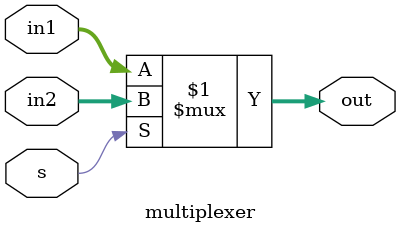
<source format=v>
`timescale 1ps/1ps

module multiplexer #(parameter size = 32) (input [size-1:0] in1 , in2 , input s , output [size-1:0] out );
  assign out = s ? in2 : in1;
endmodule

</source>
